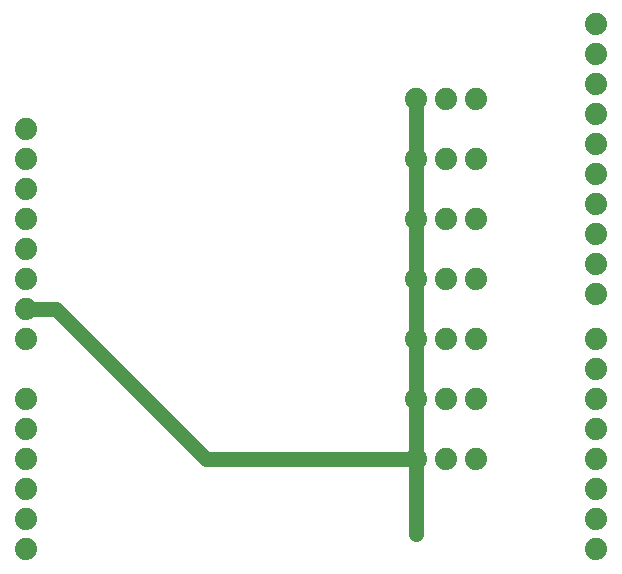
<source format=gbr>
G04 EAGLE Gerber X2 export*
%TF.Part,Single*%
%TF.FileFunction,Copper,L2,Bot,Mixed*%
%TF.FilePolarity,Positive*%
%TF.GenerationSoftware,Autodesk,EAGLE,9.1.0*%
%TF.CreationDate,2018-07-29T06:40:26Z*%
G75*
%MOMM*%
%FSLAX34Y34*%
%LPD*%
%AMOC8*
5,1,8,0,0,1.08239X$1,22.5*%
G01*
%ADD10C,1.879600*%
%ADD11C,1.270000*%
%ADD12C,1.275000*%


D10*
X25400Y330200D03*
X25400Y304800D03*
X25400Y279400D03*
X25400Y254000D03*
X25400Y228600D03*
X25400Y203200D03*
X25400Y152400D03*
X25400Y127000D03*
X25400Y101600D03*
X25400Y76200D03*
X25400Y50800D03*
X25400Y25400D03*
X508000Y25400D03*
X508000Y50800D03*
X508000Y76200D03*
X508000Y101600D03*
X508000Y127000D03*
X508000Y152400D03*
X508000Y177800D03*
X508000Y203200D03*
X508000Y241300D03*
X508000Y266700D03*
X508000Y292100D03*
X508000Y317500D03*
X508000Y342900D03*
X508000Y368300D03*
X508000Y393700D03*
X508000Y419100D03*
X508000Y444500D03*
X508000Y469900D03*
X25400Y355600D03*
X25400Y381000D03*
X406400Y101600D03*
X381000Y101600D03*
X355600Y101600D03*
X406400Y152400D03*
X381000Y152400D03*
X355600Y152400D03*
X406400Y203200D03*
X381000Y203200D03*
X355600Y203200D03*
X406400Y254000D03*
X381000Y254000D03*
X355600Y254000D03*
X406400Y304800D03*
X381000Y304800D03*
X355600Y304800D03*
X406400Y355600D03*
X381000Y355600D03*
X355600Y355600D03*
X406400Y406400D03*
X381000Y406400D03*
X355600Y406400D03*
D11*
X50800Y228600D02*
X177800Y101600D01*
X355600Y101600D01*
X355600Y152400D01*
X355600Y203200D01*
X355600Y254000D01*
X355600Y304800D01*
X355600Y355600D01*
X355600Y381000D01*
X355600Y406400D01*
D12*
X355600Y38100D03*
D11*
X355600Y101600D01*
X50800Y228600D02*
X25400Y228600D01*
M02*

</source>
